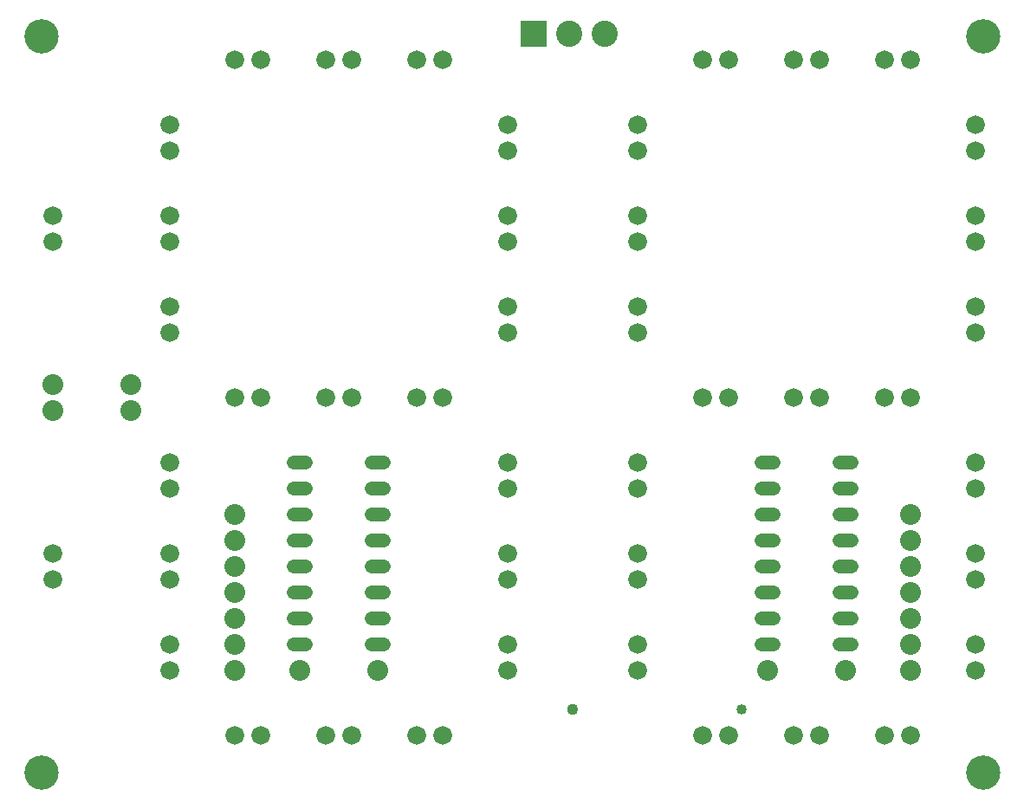
<source format=gts>
G75*
%MOIN*%
%OFA0B0*%
%FSLAX25Y25*%
%IPPOS*%
%LPD*%
%AMOC8*
5,1,8,0,0,1.08239X$1,22.5*
%
%ADD10C,0.05400*%
%ADD11C,0.08000*%
%ADD12C,0.07200*%
%ADD13C,0.13198*%
%ADD14R,0.10100X0.10100*%
%ADD15C,0.10100*%
%ADD16C,0.04000*%
%ADD17C,0.04362*%
D10*
X0158907Y0099156D02*
X0163707Y0099156D01*
X0163707Y0109156D02*
X0158907Y0109156D01*
X0158907Y0119156D02*
X0163707Y0119156D01*
X0163707Y0129156D02*
X0158907Y0129156D01*
X0158907Y0139156D02*
X0163707Y0139156D01*
X0163707Y0149156D02*
X0158907Y0149156D01*
X0158907Y0159156D02*
X0163707Y0159156D01*
X0163707Y0169156D02*
X0158907Y0169156D01*
X0188907Y0169156D02*
X0193707Y0169156D01*
X0193707Y0159156D02*
X0188907Y0159156D01*
X0188907Y0149156D02*
X0193707Y0149156D01*
X0193707Y0139156D02*
X0188907Y0139156D01*
X0188907Y0129156D02*
X0193707Y0129156D01*
X0193707Y0119156D02*
X0188907Y0119156D01*
X0188907Y0109156D02*
X0193707Y0109156D01*
X0193707Y0099156D02*
X0188907Y0099156D01*
X0338907Y0099156D02*
X0343707Y0099156D01*
X0343707Y0109156D02*
X0338907Y0109156D01*
X0338907Y0119156D02*
X0343707Y0119156D01*
X0343707Y0129156D02*
X0338907Y0129156D01*
X0338907Y0139156D02*
X0343707Y0139156D01*
X0343707Y0149156D02*
X0338907Y0149156D01*
X0338907Y0159156D02*
X0343707Y0159156D01*
X0343707Y0169156D02*
X0338907Y0169156D01*
X0368907Y0169156D02*
X0373707Y0169156D01*
X0373707Y0159156D02*
X0368907Y0159156D01*
X0368907Y0149156D02*
X0373707Y0149156D01*
X0373707Y0139156D02*
X0368907Y0139156D01*
X0368907Y0129156D02*
X0373707Y0129156D01*
X0373707Y0119156D02*
X0368907Y0119156D01*
X0368907Y0109156D02*
X0373707Y0109156D01*
X0373707Y0099156D02*
X0368907Y0099156D01*
D11*
X0371307Y0089156D03*
X0396307Y0089156D03*
X0396307Y0099156D03*
X0396307Y0109156D03*
X0396307Y0119156D03*
X0396307Y0129156D03*
X0396307Y0139156D03*
X0396307Y0149156D03*
X0341307Y0089156D03*
X0191307Y0089156D03*
X0161307Y0089156D03*
X0136307Y0089156D03*
X0136307Y0099156D03*
X0136307Y0109156D03*
X0136307Y0119156D03*
X0136307Y0129156D03*
X0136307Y0139156D03*
X0136307Y0149156D03*
X0096307Y0189156D03*
X0096307Y0199156D03*
X0066307Y0199156D03*
X0066307Y0189156D03*
D12*
X0111307Y0169156D03*
X0111307Y0159156D03*
X0111307Y0134156D03*
X0111307Y0124156D03*
X0111307Y0099156D03*
X0111307Y0089156D03*
X0136307Y0064156D03*
X0146307Y0064156D03*
X0171307Y0064156D03*
X0181307Y0064156D03*
X0206307Y0064156D03*
X0216307Y0064156D03*
X0241307Y0089156D03*
X0241307Y0099156D03*
X0241307Y0124156D03*
X0241307Y0134156D03*
X0241307Y0159156D03*
X0241307Y0169156D03*
X0216307Y0194156D03*
X0206307Y0194156D03*
X0181307Y0194156D03*
X0171307Y0194156D03*
X0146307Y0194156D03*
X0136307Y0194156D03*
X0111307Y0219156D03*
X0111307Y0229156D03*
X0111307Y0254156D03*
X0111307Y0264156D03*
X0111307Y0289156D03*
X0111307Y0299156D03*
X0136307Y0324156D03*
X0146307Y0324156D03*
X0171307Y0324156D03*
X0181307Y0324156D03*
X0206307Y0324156D03*
X0216307Y0324156D03*
X0241307Y0299156D03*
X0241307Y0289156D03*
X0241307Y0264156D03*
X0241307Y0254156D03*
X0241307Y0229156D03*
X0241307Y0219156D03*
X0291307Y0219156D03*
X0291307Y0229156D03*
X0291307Y0254156D03*
X0291307Y0264156D03*
X0291307Y0289156D03*
X0291307Y0299156D03*
X0316307Y0324156D03*
X0326307Y0324156D03*
X0351307Y0324156D03*
X0361307Y0324156D03*
X0386307Y0324156D03*
X0396307Y0324156D03*
X0421307Y0299156D03*
X0421307Y0289156D03*
X0421307Y0264156D03*
X0421307Y0254156D03*
X0421307Y0229156D03*
X0421307Y0219156D03*
X0396307Y0194156D03*
X0386307Y0194156D03*
X0361307Y0194156D03*
X0351307Y0194156D03*
X0326307Y0194156D03*
X0316307Y0194156D03*
X0291307Y0169156D03*
X0291307Y0159156D03*
X0291307Y0134156D03*
X0291307Y0124156D03*
X0291307Y0099156D03*
X0291307Y0089156D03*
X0316307Y0064156D03*
X0326307Y0064156D03*
X0351307Y0064156D03*
X0361307Y0064156D03*
X0386307Y0064156D03*
X0396307Y0064156D03*
X0421307Y0089156D03*
X0421307Y0099156D03*
X0421307Y0124156D03*
X0421307Y0134156D03*
X0421307Y0159156D03*
X0421307Y0169156D03*
X0066307Y0134156D03*
X0066307Y0124156D03*
X0066307Y0254156D03*
X0066307Y0264156D03*
D13*
X0062055Y0049904D03*
X0424260Y0049904D03*
X0424260Y0333369D03*
X0062055Y0333369D03*
D14*
X0251307Y0334156D03*
D15*
X0265087Y0334156D03*
X0278866Y0334156D03*
D16*
X0331307Y0074156D03*
D17*
X0266307Y0074156D03*
M02*

</source>
